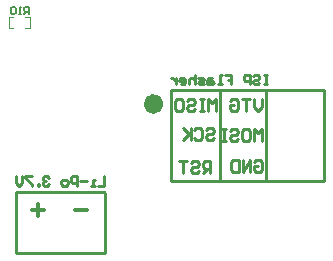
<source format=gbo>
G04 Layer_Color=32896*
%FSLAX25Y25*%
%MOIN*%
G70*
G01*
G75*
%ADD29C,0.01000*%
%ADD30C,0.01181*%
%ADD48C,0.00984*%
%ADD49C,0.03150*%
%ADD52C,0.00394*%
%ADD54C,0.00591*%
D29*
X27165Y1909D02*
X57008D01*
X27165D02*
Y22303D01*
X27323Y22461D01*
X56713D01*
X57008Y22165D01*
Y1909D02*
Y22165D01*
X94153Y56378D02*
X95315D01*
X79094D02*
X94153D01*
X79094Y26142D02*
Y56378D01*
Y26142D02*
X95315D01*
X110650Y26398D02*
Y56240D01*
X130020Y26142D02*
Y56378D01*
X95315Y26142D02*
X130020D01*
X95315D02*
Y56378D01*
X130020D01*
X56653Y27538D02*
Y24390D01*
X54554D01*
X53505D02*
X52455D01*
X52980D01*
Y26489D01*
X53505D01*
X50881Y25964D02*
X48782D01*
X47732Y24390D02*
Y27538D01*
X46158D01*
X45634Y27014D01*
Y25964D01*
X46158Y25439D01*
X47732D01*
X44059Y24390D02*
X43010D01*
X42485Y24915D01*
Y25964D01*
X43010Y26489D01*
X44059D01*
X44584Y25964D01*
Y24915D01*
X44059Y24390D01*
X38287Y27014D02*
X37762Y27538D01*
X36713D01*
X36188Y27014D01*
Y26489D01*
X36713Y25964D01*
X37237D01*
X36713D01*
X36188Y25439D01*
Y24915D01*
X36713Y24390D01*
X37762D01*
X38287Y24915D01*
X35138Y24390D02*
Y24915D01*
X34613D01*
Y24390D01*
X35138D01*
X32514Y27538D02*
X30415D01*
Y27014D01*
X32514Y24915D01*
Y24390D01*
X29366Y27538D02*
Y25439D01*
X28316Y24390D01*
X27267Y25439D01*
Y27538D01*
D30*
X51024Y16260D02*
X47088D01*
X36555Y16357D02*
X32619D01*
X34587Y18325D02*
Y14389D01*
D48*
X111083Y61397D02*
X110033D01*
X110558D01*
Y58248D01*
X111083D01*
X110033D01*
X106360Y60872D02*
X106885Y61397D01*
X107934D01*
X108459Y60872D01*
Y60347D01*
X107934Y59822D01*
X106885D01*
X106360Y59298D01*
Y58773D01*
X106885Y58248D01*
X107934D01*
X108459Y58773D01*
X105310Y58248D02*
Y61397D01*
X103736D01*
X103211Y60872D01*
Y59822D01*
X103736Y59298D01*
X105310D01*
X96914Y61397D02*
X99013D01*
Y59822D01*
X97964D01*
X99013D01*
Y58248D01*
X95864D02*
X94815D01*
X95340D01*
Y61397D01*
X95864D01*
X92716Y60347D02*
X91666D01*
X91142Y59822D01*
Y58248D01*
X92716D01*
X93241Y58773D01*
X92716Y59298D01*
X91142D01*
X90092Y58248D02*
X88518D01*
X87993Y58773D01*
X88518Y59298D01*
X89567D01*
X90092Y59822D01*
X89567Y60347D01*
X87993D01*
X86944Y61397D02*
Y58248D01*
Y59822D01*
X86419Y60347D01*
X85369D01*
X84844Y59822D01*
Y58248D01*
X82221D02*
X83270D01*
X83795Y58773D01*
Y59822D01*
X83270Y60347D01*
X82221D01*
X81696Y59822D01*
Y59298D01*
X83795D01*
X80646Y60347D02*
Y58248D01*
Y59298D01*
X80121Y59822D01*
X79597Y60347D01*
X79072D01*
X92146Y28740D02*
Y32676D01*
X90178D01*
X89522Y32020D01*
Y30708D01*
X90178Y30052D01*
X92146D01*
X90834D02*
X89522Y28740D01*
X85586Y32020D02*
X86242Y32676D01*
X87554D01*
X88210Y32020D01*
Y31364D01*
X87554Y30708D01*
X86242D01*
X85586Y30052D01*
Y29396D01*
X86242Y28740D01*
X87554D01*
X88210Y29396D01*
X84274Y32676D02*
X81650D01*
X82962D01*
Y28740D01*
X90762Y42866D02*
X91418Y43522D01*
X92730D01*
X93386Y42866D01*
Y42210D01*
X92730Y41554D01*
X91418D01*
X90762Y40898D01*
Y40243D01*
X91418Y39587D01*
X92730D01*
X93386Y40243D01*
X86826Y42866D02*
X87482Y43522D01*
X88794D01*
X89450Y42866D01*
Y40243D01*
X88794Y39587D01*
X87482D01*
X86826Y40243D01*
X85514Y43522D02*
Y39587D01*
Y40898D01*
X82890Y43522D01*
X84858Y41554D01*
X82890Y39587D01*
X94075Y49252D02*
Y53188D01*
X92763Y51876D01*
X91451Y53188D01*
Y49252D01*
X90139Y53188D02*
X88827D01*
X89483D01*
Y49252D01*
X90139D01*
X88827D01*
X84236Y52532D02*
X84891Y53188D01*
X86203D01*
X86859Y52532D01*
Y51876D01*
X86203Y51220D01*
X84891D01*
X84236Y50564D01*
Y49908D01*
X84891Y49252D01*
X86203D01*
X86859Y49908D01*
X80956Y53188D02*
X82268D01*
X82924Y52532D01*
Y49908D01*
X82268Y49252D01*
X80956D01*
X80300Y49908D01*
Y52532D01*
X80956Y53188D01*
X106766Y32236D02*
X107422Y32892D01*
X108734D01*
X109390Y32236D01*
Y29613D01*
X108734Y28957D01*
X107422D01*
X106766Y29613D01*
Y30925D01*
X108078D01*
X105454Y28957D02*
Y32892D01*
X102830Y28957D01*
Y32892D01*
X101518D02*
Y28957D01*
X99550D01*
X98895Y29613D01*
Y32236D01*
X99550Y32892D01*
X101518D01*
X109252Y39469D02*
Y43404D01*
X107940Y42092D01*
X106628Y43404D01*
Y39469D01*
X103348Y43404D02*
X104660D01*
X105316Y42748D01*
Y40124D01*
X104660Y39469D01*
X103348D01*
X102692Y40124D01*
Y42748D01*
X103348Y43404D01*
X98757Y42748D02*
X99413Y43404D01*
X100724D01*
X101381Y42748D01*
Y42092D01*
X100724Y41436D01*
X99413D01*
X98757Y40780D01*
Y40124D01*
X99413Y39469D01*
X100724D01*
X101381Y40124D01*
X97445Y43404D02*
X96133D01*
X96789D01*
Y39469D01*
X97445D01*
X96133D01*
X109213Y53266D02*
Y50643D01*
X107901Y49331D01*
X106589Y50643D01*
Y53266D01*
X105277D02*
X102653D01*
X103965D01*
Y49331D01*
X98717Y52610D02*
X99373Y53266D01*
X100685D01*
X101341Y52610D01*
Y49987D01*
X100685Y49331D01*
X99373D01*
X98717Y49987D01*
Y51299D01*
X100029D01*
D49*
X75000Y51693D02*
G03*
X75000Y51693I-1831J0D01*
G01*
D52*
X24843Y77165D02*
X26417D01*
X24843D02*
Y80709D01*
X26417D01*
X30354Y77165D02*
X31929D01*
Y80709D01*
X30354D02*
X31929D01*
D54*
X31516Y81673D02*
Y84035D01*
X30335D01*
X29941Y83641D01*
Y82854D01*
X30335Y82460D01*
X31516D01*
X30729D02*
X29941Y81673D01*
X29154D02*
X28367D01*
X28761D01*
Y84035D01*
X29154Y83641D01*
X27187D02*
X26793Y84035D01*
X26006D01*
X25612Y83641D01*
Y82067D01*
X26006Y81673D01*
X26793D01*
X27187Y82067D01*
Y83641D01*
M02*

</source>
